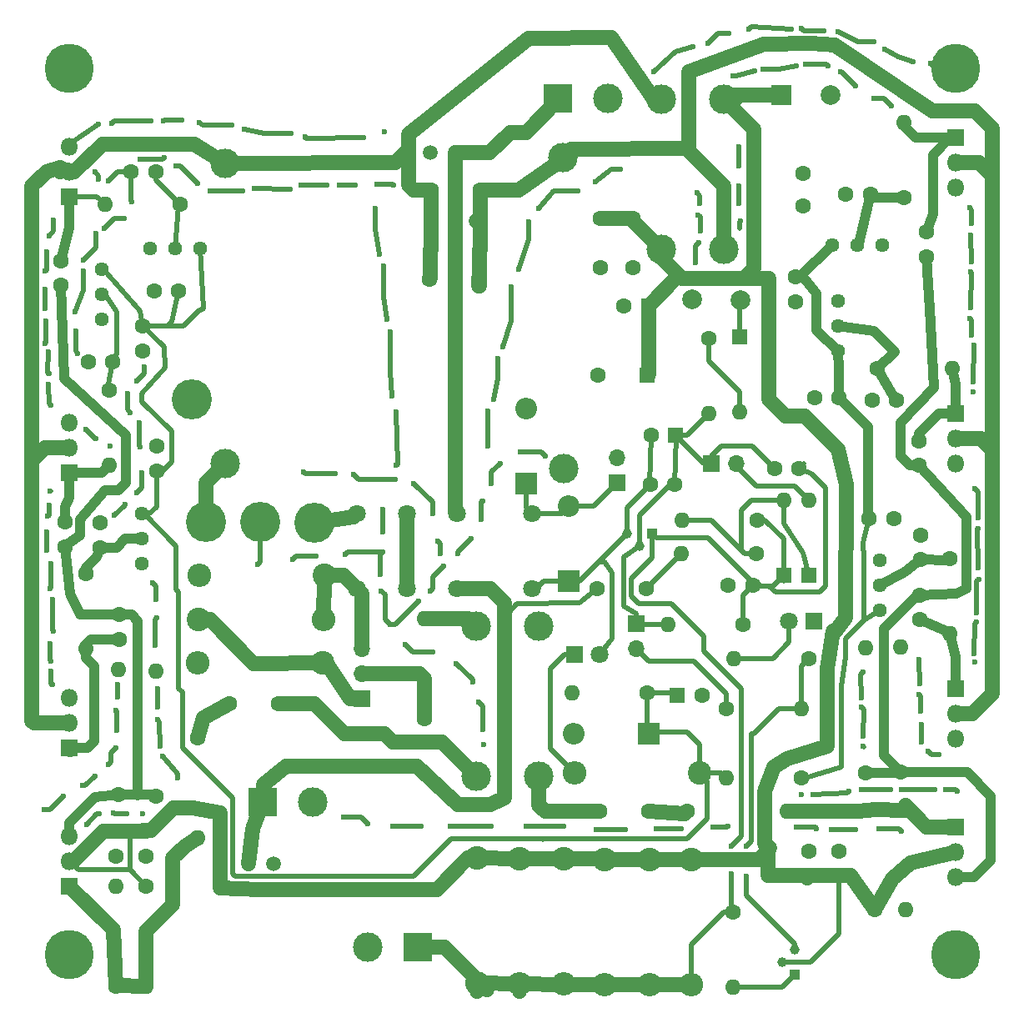
<source format=gbr>
G04 #@! TF.FileFunction,Copper,L2,Bot,Signal*
%FSLAX46Y46*%
G04 Gerber Fmt 4.6, Leading zero omitted, Abs format (unit mm)*
G04 Created by KiCad (PCBNEW 4.0.7) date 06/30/19 18:27:44*
%MOMM*%
%LPD*%
G01*
G04 APERTURE LIST*
%ADD10C,0.100000*%
%ADD11C,1.440000*%
%ADD12C,1.600000*%
%ADD13O,1.600000X1.600000*%
%ADD14C,2.400000*%
%ADD15O,2.400000X2.400000*%
%ADD16R,1.600000X1.600000*%
%ADD17R,2.000000X2.000000*%
%ADD18C,2.000000*%
%ADD19R,2.200000X2.200000*%
%ADD20O,2.200000X2.200000*%
%ADD21R,3.000000X3.000000*%
%ADD22C,3.000000*%
%ADD23R,1.700000X1.700000*%
%ADD24O,1.700000X1.700000*%
%ADD25C,1.000000*%
%ADD26R,1.000000X1.000000*%
%ADD27C,1.800000*%
%ADD28C,5.000000*%
%ADD29R,1.800000X1.800000*%
%ADD30O,1.800000X1.800000*%
%ADD31C,1.500000*%
%ADD32C,4.064000*%
%ADD33C,0.600000*%
%ADD34C,1.500000*%
%ADD35C,0.500000*%
%ADD36C,1.000000*%
G04 APERTURE END LIST*
D10*
D11*
X52374800Y-95300800D03*
X52374800Y-92760800D03*
X52374800Y-90220800D03*
D12*
X50038000Y-118719600D03*
D13*
X50038000Y-106019600D03*
D12*
X114782600Y-94284800D03*
D13*
X107162600Y-94284800D03*
D12*
X81813400Y-60350400D03*
X86813400Y-60350400D03*
D14*
X70916800Y-96443800D03*
D15*
X58216800Y-96443800D03*
D16*
X106616500Y-82257900D03*
D12*
X104116500Y-82257900D03*
X119126000Y-85598000D03*
X116626000Y-85598000D03*
X106540300Y-87261700D03*
X104040300Y-87261700D03*
X49784000Y-124968000D03*
X49784000Y-122468000D03*
X53835300Y-55473600D03*
X51335300Y-55473600D03*
X123215400Y-124447300D03*
X123215400Y-126947300D03*
D16*
X103860600Y-69077840D03*
D12*
X101360600Y-69077840D03*
X56134000Y-67614800D03*
X53634000Y-67614800D03*
D16*
X103748840Y-76123800D03*
D12*
X98748840Y-76123800D03*
D17*
X117348000Y-47650400D03*
D18*
X122348000Y-47650400D03*
D12*
X48133000Y-93624400D03*
X48133000Y-91124400D03*
D16*
X106794300Y-108623100D03*
D12*
X109294300Y-108623100D03*
D16*
X117576600Y-96443800D03*
D13*
X117576600Y-88823800D03*
D16*
X120129300Y-96431100D03*
D13*
X120129300Y-88811100D03*
D19*
X91404440Y-87172800D03*
D20*
X91404440Y-79552800D03*
D19*
X95783400Y-97053400D03*
D20*
X95783400Y-89433400D03*
D19*
X103901240Y-112547400D03*
D20*
X96281240Y-112547400D03*
D21*
X64643000Y-119443500D03*
D22*
X69723000Y-119443500D03*
D21*
X80411320Y-134223760D03*
D22*
X75331320Y-134223760D03*
D21*
X94678500Y-48006000D03*
D22*
X99758500Y-48006000D03*
D23*
X74777600Y-108966000D03*
D24*
X74777600Y-106426000D03*
X74777600Y-103886000D03*
D12*
X81076800Y-110972600D03*
D13*
X81076800Y-100812600D03*
D25*
X102946200Y-93497400D03*
X101676200Y-92227400D03*
D26*
X104216200Y-92227400D03*
D12*
X114909600Y-90855800D03*
D13*
X107289600Y-90855800D03*
D14*
X58140600Y-100939600D03*
D15*
X70840600Y-100939600D03*
D14*
X70789800Y-105359200D03*
D15*
X58089800Y-105359200D03*
D12*
X49784000Y-138176000D03*
D13*
X49784000Y-128016000D03*
D12*
X129971800Y-120243600D03*
D13*
X129971800Y-130403600D03*
D12*
X111760000Y-109982000D03*
D13*
X119380000Y-109982000D03*
D14*
X109042200Y-116550440D03*
D15*
X96342200Y-116550440D03*
D14*
X95214440Y-125262640D03*
D15*
X95214440Y-137962640D03*
D12*
X120142000Y-104902000D03*
D13*
X112522000Y-104902000D03*
D12*
X103713280Y-108351320D03*
D13*
X96093280Y-108351320D03*
D27*
X84396600Y-97780000D03*
X74236600Y-97780000D03*
X79316600Y-97780000D03*
X79316600Y-90180000D03*
X84396600Y-90180000D03*
X74236600Y-90180000D03*
X92016600Y-97780000D03*
X92016600Y-90180000D03*
D11*
X53289200Y-63246000D03*
X55829200Y-63246000D03*
X58369200Y-63246000D03*
X127355600Y-94894400D03*
X127355600Y-97434400D03*
X127355600Y-99974400D03*
D28*
X45000000Y-135000000D03*
X135000000Y-135000000D03*
X135000000Y-45000000D03*
X45000000Y-45000000D03*
D12*
X61315600Y-109474000D03*
X66315600Y-109474000D03*
X98907600Y-120446800D03*
X103907600Y-120446800D03*
X98643440Y-97805240D03*
X103643440Y-97805240D03*
X114452400Y-97459800D03*
X111952400Y-97459800D03*
D18*
X113233200Y-68503800D03*
D12*
X109982000Y-72390000D03*
D13*
X109982000Y-80010000D03*
D12*
X52832000Y-128016000D03*
D13*
X52832000Y-138176000D03*
D12*
X126847600Y-130378200D03*
D13*
X126847600Y-120218200D03*
D12*
X58102500Y-112966500D03*
D13*
X58102500Y-123126500D03*
D12*
X107797600Y-120446800D03*
D13*
X117957600Y-120446800D03*
D29*
X120650000Y-101092000D03*
D27*
X118110000Y-101092000D03*
D29*
X45000000Y-128000000D03*
D30*
X45000000Y-125460000D03*
X45000000Y-122920000D03*
D29*
X135000000Y-122000000D03*
D30*
X135000000Y-124540000D03*
X135000000Y-127080000D03*
D23*
X100685600Y-87045800D03*
D24*
X100685600Y-84505800D03*
D29*
X96316800Y-104510840D03*
D27*
X98856800Y-104510840D03*
D12*
X131521200Y-94869000D03*
X131521200Y-92369000D03*
D18*
X108280200Y-68389500D03*
D29*
X45000000Y-114000000D03*
D30*
X45000000Y-111460000D03*
X45000000Y-108920000D03*
D29*
X135000000Y-108000000D03*
D30*
X135000000Y-110540000D03*
X135000000Y-113080000D03*
D29*
X45000000Y-86000000D03*
D30*
X45000000Y-83460000D03*
X45000000Y-80920000D03*
D29*
X135000000Y-80000000D03*
D30*
X135000000Y-82540000D03*
X135000000Y-85080000D03*
D29*
X135000000Y-52000000D03*
D30*
X135000000Y-54540000D03*
X135000000Y-57080000D03*
D31*
X84277200Y-53543240D03*
X81737200Y-53543240D03*
X63207900Y-125770600D03*
X65747900Y-125770600D03*
D12*
X114554000Y-55626000D03*
X119554000Y-55626000D03*
X98983800Y-60238640D03*
X98983800Y-65238640D03*
X102260400Y-60198000D03*
X102260400Y-65198000D03*
X114554000Y-58928000D03*
X119554000Y-58928000D03*
X81813400Y-57327800D03*
X86813400Y-57327800D03*
X81686400Y-63525400D03*
X86686400Y-63525400D03*
X81635600Y-66395600D03*
X86635600Y-66395600D03*
D14*
X90769440Y-125262640D03*
D15*
X90769440Y-137962640D03*
D14*
X86410800Y-125171200D03*
D15*
X86410800Y-137871200D03*
D22*
X92710000Y-116865400D03*
X92710000Y-101625400D03*
X86360000Y-116865400D03*
X86360000Y-101625400D03*
X111506000Y-63373000D03*
X111506000Y-48133000D03*
X105156000Y-63373000D03*
X105156000Y-48133000D03*
D12*
X129476500Y-116459000D03*
D13*
X129476500Y-103759000D03*
D12*
X52832000Y-124968000D03*
X52832000Y-122468000D03*
X120142000Y-124460000D03*
X120142000Y-126960000D03*
D32*
X64429640Y-91023440D03*
X69916040Y-91099640D03*
X57520840Y-78587600D03*
X58943240Y-91023440D03*
D12*
X53848000Y-118872000D03*
D13*
X53848000Y-106172000D03*
D12*
X125920500Y-116509800D03*
D13*
X125920500Y-103809800D03*
D12*
X131419600Y-100965000D03*
X131419600Y-98465000D03*
X50139600Y-102971600D03*
X50139600Y-100471600D03*
X126238000Y-90678000D03*
X128738000Y-90678000D03*
X53898800Y-85852000D03*
X53898800Y-83352000D03*
X131318000Y-82804000D03*
X131318000Y-85304000D03*
X44577000Y-91059000D03*
X44577000Y-93559000D03*
X129057400Y-78689200D03*
X126557400Y-78689200D03*
X49479200Y-74777600D03*
X46979200Y-74777600D03*
X123215400Y-78409800D03*
X120715400Y-78409800D03*
X52527200Y-71170800D03*
X52527200Y-73670800D03*
X132044440Y-61579760D03*
X132044440Y-64079760D03*
X44196000Y-64516000D03*
X44196000Y-67016000D03*
X126365000Y-57785000D03*
X123865000Y-57785000D03*
X118745000Y-66167000D03*
X118745000Y-68667000D03*
D11*
X123103640Y-68564760D03*
X123103640Y-71104760D03*
X123103640Y-73644760D03*
X48310800Y-70459600D03*
X48310800Y-67919600D03*
X48310800Y-65379600D03*
X127574040Y-62920880D03*
X125034040Y-62920880D03*
X122494040Y-62920880D03*
D12*
X134467600Y-94767400D03*
D13*
X134467600Y-102387400D03*
D12*
X46736000Y-96266000D03*
D13*
X46736000Y-103886000D03*
D12*
X127071120Y-75438000D03*
D13*
X134691120Y-75438000D03*
D12*
X49123600Y-77622400D03*
D13*
X49123600Y-85242400D03*
D12*
X129794000Y-58089800D03*
D13*
X129794000Y-50469800D03*
D29*
X45000000Y-58000000D03*
D30*
X45000000Y-55460000D03*
X45000000Y-52920000D03*
D12*
X56286400Y-58801000D03*
D13*
X48666400Y-58801000D03*
D12*
X119359680Y-117043200D03*
D13*
X111739680Y-117043200D03*
D23*
X110236000Y-85090000D03*
D24*
X112776000Y-85090000D03*
D16*
X113106200Y-72199500D03*
D13*
X113106200Y-79819500D03*
D23*
X102616000Y-101346000D03*
D24*
X102616000Y-103886000D03*
D14*
X108193840Y-125349000D03*
D15*
X108193840Y-138049000D03*
D14*
X103926640Y-125349000D03*
D15*
X103926640Y-138049000D03*
D14*
X99390200Y-125349000D03*
D15*
X99390200Y-138049000D03*
D12*
X113411000Y-101473000D03*
D13*
X105791000Y-101473000D03*
D22*
X95148400Y-54000400D03*
X60858400Y-54635400D03*
X95275400Y-85623400D03*
X60858400Y-85115400D03*
D25*
X117411500Y-135699500D03*
X118681500Y-134429500D03*
D26*
X118681500Y-136969500D03*
D12*
X112458500Y-130619500D03*
D13*
X112458500Y-138239500D03*
D33*
X49022000Y-56388000D03*
X48006000Y-56261000D03*
X47625000Y-55499000D03*
X49149000Y-83312000D03*
X47752000Y-82550000D03*
X46736000Y-81661000D03*
X100965000Y-55245000D03*
X98488500Y-56451500D03*
X96647000Y-57404000D03*
X92710000Y-59182000D03*
X91694000Y-60579000D03*
X90678000Y-65405000D03*
X89916000Y-67183000D03*
X89090500Y-73279000D03*
X88519000Y-74422000D03*
X88138000Y-78613000D03*
X87503000Y-79756000D03*
X87503000Y-83312000D03*
X76073000Y-59182000D03*
X76517500Y-63881000D03*
X76962000Y-65024000D03*
X77279500Y-70485000D03*
X77597000Y-71755000D03*
X77787500Y-78232000D03*
X78232000Y-79883000D03*
X78232000Y-85280500D03*
X82677000Y-94234000D03*
X82423000Y-92964000D03*
X81915000Y-90170000D03*
X80010000Y-87122000D03*
X78105000Y-86741000D03*
X84455000Y-94234000D03*
X85852000Y-92710000D03*
X86868000Y-90805000D03*
X86995000Y-88900000D03*
X87884000Y-87122000D03*
X88773000Y-85090000D03*
X90805000Y-83947000D03*
X93345000Y-84328000D03*
X83058000Y-95504000D03*
X80518000Y-99060000D03*
X81661000Y-98044000D03*
X73025000Y-94361000D03*
X70104000Y-94488000D03*
X67691000Y-94869000D03*
X64135000Y-95377000D03*
X76835000Y-94107000D03*
X76835000Y-92075000D03*
X76835000Y-89789000D03*
X76073000Y-86741000D03*
X73914000Y-86233000D03*
X72009000Y-86106000D03*
X68834000Y-85979000D03*
X87122000Y-113665000D03*
X86995000Y-112141000D03*
X86614000Y-109347000D03*
X85979000Y-107315000D03*
X84328000Y-105410000D03*
X81915000Y-104267000D03*
X79121000Y-103505000D03*
X77597000Y-101473000D03*
X76708000Y-98044000D03*
X76581000Y-96393000D03*
X72898000Y-121031000D03*
X75311000Y-121666000D03*
X77851000Y-121920000D03*
X80772000Y-121920000D03*
X83693000Y-121920000D03*
X87884000Y-121920000D03*
X91440000Y-121920000D03*
X95250000Y-121920000D03*
X98552000Y-122301000D03*
X101473000Y-122301000D03*
X104648000Y-122174000D03*
X107188000Y-122174000D03*
X110363000Y-122047000D03*
X111887000Y-121920000D03*
X118872000Y-122047000D03*
X120904000Y-122174000D03*
X122428000Y-122301000D03*
X124841000Y-122301000D03*
X127254000Y-122174000D03*
X129540000Y-122428000D03*
X49784000Y-110185200D03*
X49885600Y-112217200D03*
X49784000Y-113995200D03*
X49022000Y-115671600D03*
X47650400Y-116840000D03*
X46380400Y-117805200D03*
X44450000Y-118922800D03*
X42519600Y-120243600D03*
X49911000Y-107569000D03*
X49911000Y-108839000D03*
X131318000Y-105029000D03*
X131381500Y-107442000D03*
X131318000Y-108585000D03*
X131445000Y-110236000D03*
X131572000Y-111633000D03*
X131572000Y-113411000D03*
X132207000Y-114300000D03*
X133350000Y-114681000D03*
X125603000Y-113792000D03*
X125603000Y-112776000D03*
X125476000Y-109855000D03*
X125476000Y-108902500D03*
X125603000Y-106299000D03*
X112395000Y-45720000D03*
X114617500Y-45212000D03*
X115443000Y-45085000D03*
X118872000Y-44704000D03*
X119761000Y-44577000D03*
X122047000Y-44704000D03*
X123317000Y-45339000D03*
X124841000Y-46736000D03*
X126746000Y-48006000D03*
X128524000Y-48768000D03*
X132461000Y-44450000D03*
X130683000Y-44323000D03*
X127825500Y-42989500D03*
X126746000Y-42291000D03*
X123126500Y-41211500D03*
X121666000Y-41148000D03*
X119380000Y-40894000D03*
X118364000Y-40957500D03*
X114046000Y-41021000D03*
X112014000Y-41402000D03*
X109855000Y-42418000D03*
X108394500Y-42735500D03*
X104394000Y-45339000D03*
X108798360Y-57612280D03*
X109077760Y-58729880D03*
X108910120Y-59847480D03*
X109133640Y-61468000D03*
X108966000Y-62697360D03*
X108630720Y-64709040D03*
X113157000Y-60462160D03*
X113045240Y-58729880D03*
X113045240Y-56941720D03*
X113045240Y-54874160D03*
X113045240Y-52918360D03*
X136794240Y-77784960D03*
X136779000Y-76835000D03*
X136906000Y-73088500D03*
X136682480Y-72085200D03*
X136458960Y-70352920D03*
X136588500Y-69278500D03*
X136588500Y-65659000D03*
X136626600Y-64653160D03*
X136595658Y-61911703D03*
X136682480Y-60741560D03*
X136458960Y-59121040D03*
X119405400Y-118694200D03*
X120523000Y-118745000D03*
X124206000Y-118364000D03*
X125450600Y-118186200D03*
X128397000Y-118237000D03*
X129540000Y-118186200D03*
X132905500Y-118173500D03*
X133985000Y-118237000D03*
X135178800Y-118364000D03*
X136956800Y-105232200D03*
X136906000Y-104394000D03*
X137134600Y-101193600D03*
X137160000Y-100266500D03*
X137414000Y-96850200D03*
X137287000Y-95694500D03*
X137287000Y-91694000D03*
X137287000Y-90601800D03*
X136956800Y-87630000D03*
X46786800Y-121767600D03*
X48056800Y-120700800D03*
X49530000Y-120599200D03*
X50850800Y-120700800D03*
X52527200Y-120700800D03*
X45923200Y-73914000D03*
X45720000Y-71678800D03*
X45669200Y-69697600D03*
X46482000Y-65532000D03*
X46482000Y-64465200D03*
X47752000Y-61722000D03*
X48615600Y-61264800D03*
X50596800Y-60248800D03*
X51409600Y-58521600D03*
X49631600Y-90373200D03*
X50698400Y-89255600D03*
X51917600Y-88036400D03*
X52374800Y-86004400D03*
X52222400Y-83413600D03*
X52120800Y-80924400D03*
X51257200Y-79908400D03*
X50952400Y-77978000D03*
X51917600Y-76758800D03*
X52679600Y-75285600D03*
X56032400Y-116992400D03*
X54483000Y-114808000D03*
X54305200Y-113792000D03*
X53975000Y-111125000D03*
X54051200Y-109829600D03*
X54000400Y-107950000D03*
X53746400Y-103581200D03*
X53949600Y-100736400D03*
X53848000Y-98907600D03*
X53492400Y-97180400D03*
X53848000Y-106172000D03*
X76250800Y-56743600D03*
X77978000Y-56794400D03*
X52222400Y-54203600D03*
X54660800Y-54051200D03*
X55880000Y-54914800D03*
X58115200Y-56692800D03*
X59334400Y-57404000D03*
X62674500Y-57404000D03*
X63804800Y-57150000D03*
X67500500Y-57213500D03*
X68580000Y-56794400D03*
X71170800Y-56794400D03*
X72491600Y-56794400D03*
X74117200Y-56794400D03*
X77012800Y-51409600D03*
X74930000Y-52019200D03*
X68961000Y-51943000D03*
X67564000Y-51562000D03*
X62801500Y-51117500D03*
X61518800Y-50749200D03*
X58267600Y-50444400D03*
X56438800Y-50241200D03*
X54610000Y-50342800D03*
X53340000Y-50292000D03*
X49326800Y-50596800D03*
X48006000Y-50673000D03*
X42722800Y-93929200D03*
X42722800Y-92049600D03*
X42875200Y-90424000D03*
X42976800Y-89357200D03*
X43180000Y-95250000D03*
X43053000Y-97790000D03*
X43307000Y-98933000D03*
X43434000Y-102108000D03*
X43053000Y-103378000D03*
X43180000Y-105156000D03*
X43180000Y-106172000D03*
X43307000Y-107569000D03*
X43078400Y-87884000D03*
X43434000Y-60350400D03*
X42976800Y-61976000D03*
X42773600Y-63601600D03*
X42621200Y-65582800D03*
X42621200Y-67411600D03*
X42621200Y-69392800D03*
X42672000Y-70612000D03*
X42621200Y-72898000D03*
X42926000Y-73787000D03*
X42976800Y-75996800D03*
X42926000Y-77089000D03*
X43180000Y-79146400D03*
X112268000Y-126746000D03*
X112268000Y-123952000D03*
X113792000Y-123952000D03*
X113792000Y-127000000D03*
D34*
X64643000Y-119443500D02*
X63703200Y-122148600D01*
X63703200Y-122148600D02*
X63207900Y-125770600D01*
D35*
X89230200Y-100253800D02*
X89636600Y-100253800D01*
X96890840Y-99212400D02*
X98643440Y-97805240D01*
X90525600Y-99364800D02*
X96890840Y-99212400D01*
X89636600Y-100253800D02*
X90525600Y-99364800D01*
D34*
X64643000Y-119443500D02*
X64770000Y-117703600D01*
X87772400Y-97780000D02*
X84396600Y-97780000D01*
X89230200Y-99237800D02*
X87772400Y-97780000D01*
X89230200Y-119075200D02*
X89230200Y-100253800D01*
X89230200Y-100253800D02*
X89230200Y-99237800D01*
X87833200Y-119761000D02*
X89230200Y-119075200D01*
X84531200Y-119761000D02*
X87833200Y-119761000D01*
X80365600Y-115849400D02*
X84531200Y-119761000D01*
X67030600Y-115874800D02*
X80365600Y-115849400D01*
X64770000Y-117703600D02*
X67030600Y-115874800D01*
X64643000Y-119443500D02*
X64655700Y-119443500D01*
D35*
X103643440Y-97805240D02*
X103643440Y-97803960D01*
X103643440Y-97803960D02*
X107162600Y-94284800D01*
X105791000Y-101473000D02*
X102743000Y-101473000D01*
X102743000Y-101473000D02*
X102616000Y-101346000D01*
X110236000Y-85090000D02*
X110236000Y-84328000D01*
X110236000Y-84328000D02*
X111252000Y-83312000D01*
X114340000Y-83312000D02*
X116626000Y-85598000D01*
X111252000Y-83312000D02*
X114340000Y-83312000D01*
X110236000Y-85090000D02*
X109448600Y-85090000D01*
X109448600Y-85090000D02*
X106616500Y-82257900D01*
X106616500Y-82257900D02*
X107734100Y-82257900D01*
X107734100Y-82257900D02*
X109982000Y-80010000D01*
X102616000Y-101346000D02*
X102616000Y-100330000D01*
X101346000Y-94589600D02*
X102946200Y-93497400D01*
X101346000Y-99568000D02*
X101346000Y-94589600D01*
X102616000Y-100330000D02*
X101346000Y-99568000D01*
X102946200Y-93497400D02*
X102946200Y-90357960D01*
X102946200Y-90357960D02*
X106042460Y-87261700D01*
X106042460Y-87261700D02*
X106540300Y-87261700D01*
X106540300Y-87261700D02*
X106540300Y-87528400D01*
X116626000Y-85598000D02*
X116626000Y-85904700D01*
X106540300Y-87261700D02*
X106601895Y-84859495D01*
X106601895Y-84859495D02*
X106667300Y-82308700D01*
X106667300Y-82308700D02*
X106616500Y-82257900D01*
X106159300Y-87261700D02*
X106540300Y-87261700D01*
X101676200Y-92227400D02*
X101676200Y-89625800D01*
X101676200Y-89625800D02*
X104040300Y-87261700D01*
X98795840Y-95107760D02*
X99385120Y-95107760D01*
X100192840Y-102920800D02*
X98856800Y-104510840D01*
X100192840Y-96169480D02*
X100192840Y-102920800D01*
X99385120Y-95107760D02*
X100192840Y-96169480D01*
X95783400Y-97053400D02*
X96850200Y-97053400D01*
X96850200Y-97053400D02*
X98795840Y-95107760D01*
X98795840Y-95107760D02*
X101676200Y-92227400D01*
X104116500Y-82257900D02*
X103989500Y-87210900D01*
X103989500Y-87210900D02*
X104040300Y-87261700D01*
X92016600Y-97780000D02*
X92491400Y-97780000D01*
X92491400Y-97780000D02*
X93218000Y-97053400D01*
X93218000Y-97053400D02*
X95783400Y-97053400D01*
X49936400Y-55473600D02*
X51335300Y-55473600D01*
X49022000Y-56388000D02*
X49936400Y-55473600D01*
X48006000Y-55880000D02*
X48006000Y-56261000D01*
X47625000Y-55499000D02*
X48006000Y-55880000D01*
X47625000Y-82550000D02*
X47752000Y-82550000D01*
X46736000Y-81661000D02*
X47625000Y-82550000D01*
X100076000Y-55245000D02*
X100965000Y-55245000D01*
X98488500Y-56451500D02*
X100076000Y-55245000D01*
X94234000Y-57404000D02*
X96647000Y-57404000D01*
X92710000Y-59182000D02*
X94234000Y-57404000D01*
X91694000Y-62357000D02*
X91694000Y-60579000D01*
X90678000Y-65405000D02*
X91694000Y-62357000D01*
X89916000Y-70612000D02*
X89916000Y-67183000D01*
X89090500Y-73279000D02*
X89916000Y-70612000D01*
X88519000Y-76454000D02*
X88519000Y-74422000D01*
X88138000Y-78613000D02*
X88519000Y-76454000D01*
X87503000Y-83312000D02*
X87503000Y-79756000D01*
X76073000Y-61341000D02*
X76073000Y-59182000D01*
X76517500Y-63881000D02*
X76073000Y-61341000D01*
X76962000Y-68199000D02*
X76962000Y-65024000D01*
X77279500Y-70485000D02*
X76962000Y-68199000D01*
X77597000Y-75819000D02*
X77597000Y-71755000D01*
X77787500Y-78232000D02*
X77597000Y-75819000D01*
X78359000Y-85153500D02*
X78232000Y-79883000D01*
X78232000Y-85280500D02*
X78359000Y-85153500D01*
X76073000Y-86741000D02*
X78105000Y-86741000D01*
X82677000Y-93218000D02*
X82677000Y-94234000D01*
X82423000Y-92964000D02*
X82677000Y-93218000D01*
X81915000Y-89027000D02*
X81915000Y-90170000D01*
X80010000Y-87122000D02*
X81915000Y-89027000D01*
X84455000Y-94107000D02*
X84455000Y-94234000D01*
X85852000Y-92710000D02*
X84455000Y-94107000D01*
X86868000Y-89027000D02*
X86868000Y-90805000D01*
X86995000Y-88900000D02*
X86868000Y-89027000D01*
X87884000Y-85979000D02*
X87884000Y-87122000D01*
X88773000Y-85090000D02*
X87884000Y-85979000D01*
X92964000Y-83947000D02*
X90805000Y-83947000D01*
X93345000Y-84328000D02*
X92964000Y-83947000D01*
X78105000Y-101473000D02*
X77597000Y-101473000D01*
X80518000Y-99060000D02*
X78105000Y-101473000D01*
X81915000Y-97790000D02*
X81661000Y-98044000D01*
X81915000Y-96647000D02*
X81915000Y-97790000D01*
X83058000Y-95504000D02*
X81915000Y-96647000D01*
X64429640Y-91023440D02*
X64429640Y-95082360D01*
X73279000Y-94107000D02*
X76835000Y-94107000D01*
X73025000Y-94361000D02*
X73279000Y-94107000D01*
X68072000Y-94488000D02*
X70104000Y-94488000D01*
X67691000Y-94869000D02*
X68072000Y-94488000D01*
X64429640Y-95082360D02*
X64135000Y-95377000D01*
X76835000Y-89789000D02*
X76835000Y-92075000D01*
X74422000Y-86741000D02*
X76073000Y-86741000D01*
X73914000Y-86233000D02*
X74422000Y-86741000D01*
X68961000Y-86106000D02*
X72009000Y-86106000D01*
X68834000Y-85979000D02*
X68961000Y-86106000D01*
X76835000Y-94107000D02*
X76581000Y-94361000D01*
X86995000Y-109728000D02*
X86995000Y-112141000D01*
X86614000Y-109347000D02*
X86995000Y-109728000D01*
X85979000Y-107061000D02*
X85979000Y-107315000D01*
X84328000Y-105410000D02*
X85979000Y-107061000D01*
X79883000Y-104267000D02*
X81915000Y-104267000D01*
X79121000Y-103505000D02*
X79883000Y-104267000D01*
X77089000Y-100965000D02*
X77597000Y-101473000D01*
X77089000Y-98425000D02*
X77089000Y-100965000D01*
X76708000Y-98044000D02*
X77089000Y-98425000D01*
X76581000Y-94361000D02*
X76581000Y-96393000D01*
X74676000Y-121031000D02*
X72898000Y-121031000D01*
X75311000Y-121666000D02*
X74676000Y-121031000D01*
X80772000Y-121920000D02*
X77851000Y-121920000D01*
X87884000Y-121920000D02*
X83693000Y-121920000D01*
X95250000Y-121920000D02*
X91440000Y-121920000D01*
X101473000Y-122301000D02*
X98552000Y-122301000D01*
X107188000Y-122174000D02*
X104648000Y-122174000D01*
X111760000Y-122047000D02*
X110363000Y-122047000D01*
X111887000Y-121920000D02*
X111760000Y-122047000D01*
X120777000Y-122047000D02*
X118872000Y-122047000D01*
X120904000Y-122174000D02*
X120777000Y-122047000D01*
X124841000Y-122301000D02*
X122428000Y-122301000D01*
X129286000Y-122174000D02*
X127254000Y-122174000D01*
X129540000Y-122428000D02*
X129286000Y-122174000D01*
X49784000Y-110185200D02*
X49885600Y-110286800D01*
X49885600Y-110286800D02*
X49885600Y-112217200D01*
X49784000Y-113995200D02*
X49276000Y-114503200D01*
X49276000Y-114503200D02*
X49276000Y-115417600D01*
X49276000Y-115417600D02*
X49022000Y-115671600D01*
X47650400Y-116840000D02*
X46685200Y-117805200D01*
X46685200Y-117805200D02*
X46380400Y-117805200D01*
X44450000Y-118922800D02*
X43129200Y-120243600D01*
X42519600Y-120243600D02*
X43129200Y-120243600D01*
X49911000Y-108839000D02*
X49911000Y-107569000D01*
X131318000Y-105029000D02*
X131381500Y-107442000D01*
X131318000Y-108585000D02*
X131445000Y-108712000D01*
X131445000Y-108712000D02*
X131445000Y-110236000D01*
X131572000Y-111633000D02*
X131572000Y-113411000D01*
X132207000Y-114300000D02*
X132588000Y-114681000D01*
X132588000Y-114681000D02*
X133350000Y-114681000D01*
X125603000Y-113792000D02*
X125730000Y-113919000D01*
X125730000Y-110109000D02*
X125603000Y-112776000D01*
X125476000Y-109855000D02*
X125730000Y-110109000D01*
X125349000Y-106553000D02*
X125476000Y-108902500D01*
X125603000Y-106299000D02*
X125349000Y-106553000D01*
X112776000Y-45720000D02*
X112395000Y-45720000D01*
X114617500Y-45212000D02*
X112776000Y-45720000D01*
X117094000Y-45085000D02*
X115443000Y-45085000D01*
X118872000Y-44704000D02*
X117094000Y-45085000D01*
X121920000Y-44577000D02*
X119761000Y-44577000D01*
X122047000Y-44704000D02*
X121920000Y-44577000D01*
X123444000Y-45339000D02*
X123317000Y-45339000D01*
X124841000Y-46736000D02*
X123444000Y-45339000D01*
X127762000Y-48006000D02*
X126746000Y-48006000D01*
X128524000Y-48768000D02*
X127762000Y-48006000D01*
X132461000Y-44450000D02*
X133011000Y-45000000D01*
X129159000Y-43815000D02*
X130683000Y-44323000D01*
X127825500Y-42989500D02*
X129159000Y-43815000D01*
X125095000Y-42291000D02*
X126746000Y-42291000D01*
X123126500Y-41211500D02*
X125095000Y-42291000D01*
X119634000Y-41148000D02*
X121666000Y-41148000D01*
X119380000Y-40894000D02*
X119634000Y-41148000D01*
X114300000Y-40767000D02*
X118364000Y-40957500D01*
X114046000Y-41021000D02*
X114300000Y-40767000D01*
X110871000Y-41402000D02*
X112014000Y-41402000D01*
X109855000Y-42418000D02*
X110871000Y-41402000D01*
X106553000Y-43307000D02*
X108394500Y-42735500D01*
X104394000Y-45339000D02*
X106553000Y-43307000D01*
X133011000Y-45000000D02*
X135000000Y-45000000D01*
X108798360Y-57612280D02*
X109077760Y-57891680D01*
X109077760Y-57891680D02*
X109077760Y-58729880D01*
X108910120Y-59847480D02*
X109133640Y-60071000D01*
X109133640Y-60071000D02*
X109133640Y-61468000D01*
X108966000Y-62697360D02*
X108630720Y-63032640D01*
X108630720Y-63032640D02*
X108630720Y-64709040D01*
X113101120Y-60518040D02*
X113101120Y-61244480D01*
X113157000Y-60462160D02*
X113101120Y-60518040D01*
X113045240Y-56941720D02*
X113045240Y-58729880D01*
X113045240Y-52918360D02*
X113045240Y-54874160D01*
X136906000Y-73088500D02*
X136779000Y-76835000D01*
X136682480Y-70576440D02*
X136682480Y-72085200D01*
X136458960Y-70352920D02*
X136682480Y-70576440D01*
X136644380Y-65714880D02*
X136588500Y-69278500D01*
X136588500Y-65659000D02*
X136644380Y-65714880D01*
X136595658Y-61911703D02*
X136626600Y-64653160D01*
X136682480Y-59344560D02*
X136682480Y-60741560D01*
X136458960Y-59121040D02*
X136682480Y-59344560D01*
X124053600Y-118516400D02*
X120523000Y-118745000D01*
X124206000Y-118364000D02*
X124053600Y-118516400D01*
X128397000Y-118237000D02*
X125450600Y-118186200D01*
X132905500Y-118173500D02*
X129540000Y-118186200D01*
X135051800Y-118237000D02*
X133985000Y-118237000D01*
X135178800Y-118364000D02*
X135051800Y-118237000D01*
X137007600Y-101320600D02*
X136906000Y-104394000D01*
X137134600Y-101193600D02*
X137007600Y-101320600D01*
X137185400Y-97078800D02*
X137160000Y-100266500D01*
X137414000Y-96850200D02*
X137185400Y-97078800D01*
X137236200Y-91744800D02*
X137287000Y-95694500D01*
X137287000Y-91694000D02*
X137236200Y-91744800D01*
X137287000Y-87960200D02*
X137287000Y-90601800D01*
X136956800Y-87630000D02*
X137287000Y-87960200D01*
X46786800Y-121767600D02*
X47853600Y-120700800D01*
X47853600Y-120700800D02*
X48056800Y-120700800D01*
X49530000Y-120599200D02*
X49631600Y-120700800D01*
X49631600Y-120700800D02*
X50850800Y-120700800D01*
X45923200Y-73914000D02*
X45720000Y-73710800D01*
X45720000Y-73710800D02*
X45720000Y-71678800D01*
X45669200Y-69697600D02*
X46482000Y-67462400D01*
X46482000Y-67462400D02*
X46482000Y-65532000D01*
X46482000Y-64465200D02*
X47752000Y-63144400D01*
X47752000Y-63144400D02*
X47752000Y-61722000D01*
X48615600Y-61264800D02*
X49631600Y-60248800D01*
X49631600Y-60248800D02*
X50596800Y-60248800D01*
X51409600Y-58521600D02*
X51335300Y-58447300D01*
X51335300Y-58447300D02*
X51335300Y-55473600D01*
X49631600Y-90373200D02*
X50698400Y-89306400D01*
X50698400Y-89306400D02*
X50698400Y-89255600D01*
X51917600Y-88036400D02*
X52374800Y-87579200D01*
X52374800Y-87579200D02*
X52374800Y-86004400D01*
X52222400Y-83413600D02*
X52120800Y-83312000D01*
X52120800Y-83312000D02*
X52120800Y-80924400D01*
X51257200Y-79908400D02*
X50952400Y-79603600D01*
X50952400Y-79603600D02*
X50952400Y-77978000D01*
X51917600Y-76758800D02*
X52679600Y-75996800D01*
X52679600Y-75996800D02*
X52679600Y-75285600D01*
X56032400Y-116636800D02*
X56032400Y-116992400D01*
X54483000Y-114808000D02*
X56032400Y-116636800D01*
X54178200Y-111328200D02*
X54305200Y-113792000D01*
X53975000Y-111125000D02*
X54178200Y-111328200D01*
X54051200Y-108000800D02*
X54051200Y-109829600D01*
X54000400Y-107950000D02*
X54051200Y-108000800D01*
X53746400Y-100939600D02*
X53746400Y-103581200D01*
X53949600Y-100736400D02*
X53746400Y-100939600D01*
X53848000Y-97536000D02*
X53848000Y-98907600D01*
X53492400Y-97180400D02*
X53848000Y-97536000D01*
X77927200Y-56743600D02*
X76250800Y-56743600D01*
X77978000Y-56794400D02*
X77927200Y-56743600D01*
X54508400Y-54203600D02*
X52222400Y-54203600D01*
X54660800Y-54051200D02*
X54508400Y-54203600D01*
X56337200Y-54914800D02*
X55880000Y-54914800D01*
X58115200Y-56692800D02*
X56337200Y-54914800D01*
X62674500Y-57404000D02*
X59334400Y-57404000D01*
X67449700Y-57264300D02*
X63804800Y-57150000D01*
X67500500Y-57213500D02*
X67449700Y-57264300D01*
X71170800Y-56794400D02*
X68580000Y-56794400D01*
X74117200Y-56794400D02*
X72491600Y-56794400D01*
X45000000Y-52920000D02*
X45000000Y-52688400D01*
X45000000Y-52688400D02*
X48006000Y-50673000D01*
X69062600Y-52044600D02*
X74930000Y-52019200D01*
X68961000Y-51943000D02*
X69062600Y-52044600D01*
X64820800Y-51562000D02*
X67564000Y-51562000D01*
X62801500Y-51117500D02*
X64820800Y-51562000D01*
X58572400Y-50749200D02*
X61518800Y-50749200D01*
X58267600Y-50444400D02*
X58572400Y-50749200D01*
X54711600Y-50241200D02*
X56438800Y-50241200D01*
X54610000Y-50342800D02*
X54711600Y-50241200D01*
X49631600Y-50292000D02*
X53340000Y-50292000D01*
X49326800Y-50596800D02*
X49631600Y-50292000D01*
X42722800Y-93929200D02*
X42722800Y-92049600D01*
X42875200Y-90424000D02*
X42976800Y-90322400D01*
X42976800Y-90322400D02*
X42976800Y-89357200D01*
X43180000Y-97663000D02*
X43180000Y-95250000D01*
X43053000Y-97790000D02*
X43180000Y-97663000D01*
X43307000Y-101981000D02*
X43307000Y-98933000D01*
X43434000Y-102108000D02*
X43307000Y-101981000D01*
X43053000Y-105029000D02*
X43053000Y-103378000D01*
X43180000Y-105156000D02*
X43053000Y-105029000D01*
X43180000Y-107442000D02*
X43180000Y-106172000D01*
X43307000Y-107569000D02*
X43180000Y-107442000D01*
X43129200Y-87934800D02*
X43180000Y-87934800D01*
X43078400Y-87884000D02*
X43129200Y-87934800D01*
X43434000Y-61518800D02*
X43434000Y-60350400D01*
X42976800Y-61976000D02*
X43434000Y-61518800D01*
X42773600Y-65430400D02*
X42773600Y-63601600D01*
X42621200Y-65582800D02*
X42773600Y-65430400D01*
X42621200Y-69392800D02*
X42621200Y-67411600D01*
X42672000Y-72847200D02*
X42672000Y-70612000D01*
X42621200Y-72898000D02*
X42672000Y-72847200D01*
X42875200Y-75895200D02*
X42926000Y-73787000D01*
X42976800Y-75996800D02*
X42875200Y-75895200D01*
X43027600Y-78994000D02*
X42926000Y-77089000D01*
X43180000Y-79146400D02*
X43027600Y-78994000D01*
D34*
X58102500Y-112966500D02*
X58674000Y-110947200D01*
X58674000Y-110947200D02*
X61315600Y-109474000D01*
X66315600Y-109474000D02*
X69926200Y-109474000D01*
X82880200Y-113385600D02*
X86360000Y-116865400D01*
X77851000Y-113385600D02*
X82880200Y-113385600D01*
X77012800Y-112547400D02*
X77851000Y-113385600D01*
X72999600Y-112547400D02*
X77012800Y-112547400D01*
X69926200Y-109474000D02*
X72999600Y-112547400D01*
X92710000Y-116865400D02*
X92710000Y-119811800D01*
X93345000Y-120446800D02*
X98907600Y-120446800D01*
X92710000Y-119811800D02*
X93345000Y-120446800D01*
X92710000Y-116865400D02*
X93294200Y-116865400D01*
X103907600Y-120446800D02*
X107543600Y-120700800D01*
X107543600Y-120700800D02*
X107797600Y-120446800D01*
D35*
X53898800Y-85852000D02*
X54508400Y-85852000D01*
X54508400Y-85852000D02*
X55422800Y-84937600D01*
X55422800Y-81838800D02*
X52425600Y-78841600D01*
X55422800Y-84937600D02*
X55422800Y-81838800D01*
X67792600Y-127000000D02*
X80010000Y-127000000D01*
X83781900Y-123228100D02*
X93078300Y-123228100D01*
X80010000Y-127000000D02*
X83781900Y-123228100D01*
X56134000Y-67614800D02*
X55435500Y-70751700D01*
X55435500Y-70751700D02*
X55041800Y-71145400D01*
X109042200Y-116550440D02*
X111246920Y-116550440D01*
X111246920Y-116550440D02*
X111739680Y-117043200D01*
X58140600Y-69646800D02*
X58674000Y-69392800D01*
X58674000Y-69392800D02*
X58369200Y-63246000D01*
X52527200Y-71170800D02*
X55041800Y-71145400D01*
X55041800Y-71145400D02*
X56642000Y-71145400D01*
X56642000Y-71145400D02*
X58140600Y-69646800D01*
X48310800Y-65379600D02*
X48488600Y-65379600D01*
X48488600Y-65379600D02*
X52197000Y-69646800D01*
X52197000Y-69646800D02*
X52527200Y-71170800D01*
X53898800Y-85852000D02*
X53898800Y-85598000D01*
X54711600Y-73253600D02*
X52527200Y-71170800D01*
X54813200Y-75387200D02*
X54711600Y-73253600D01*
X52425600Y-77952600D02*
X54813200Y-75387200D01*
X52425600Y-78841600D02*
X52425600Y-77952600D01*
X52374800Y-90220800D02*
X53187600Y-90220800D01*
X53898800Y-89509600D02*
X53898800Y-85852000D01*
X53187600Y-90220800D02*
X53898800Y-89509600D01*
X52374800Y-90220800D02*
X52628800Y-90220800D01*
X52628800Y-90220800D02*
X55880000Y-93472000D01*
X56572002Y-108331000D02*
X56515000Y-108331000D01*
X61912500Y-127000000D02*
X61658500Y-126746000D01*
X61658500Y-126746000D02*
X61658500Y-119062500D01*
X61658500Y-119062500D02*
X56572002Y-113976002D01*
X56572002Y-113976002D02*
X56572002Y-108331000D01*
X67792600Y-127000000D02*
X61912500Y-127000000D01*
X55880000Y-97853500D02*
X55880000Y-93472000D01*
X56134000Y-98107500D02*
X55880000Y-97853500D01*
X56134000Y-107950000D02*
X56134000Y-98107500D01*
X56515000Y-108331000D02*
X56134000Y-107950000D01*
X93078300Y-123228100D02*
X107810300Y-123228100D01*
X109829600Y-121208800D02*
X109829600Y-117337840D01*
X107810300Y-123228100D02*
X109829600Y-121208800D01*
X109829600Y-117337840D02*
X109042200Y-116550440D01*
X103713280Y-108351320D02*
X106227880Y-108351320D01*
X106227880Y-108351320D02*
X106794300Y-108623100D01*
X109169200Y-116677440D02*
X109042200Y-116550440D01*
X107802680Y-112374680D02*
X104073960Y-112374680D01*
X104073960Y-112374680D02*
X103901240Y-112547400D01*
X109042200Y-116550440D02*
X109042200Y-113614200D01*
X109042200Y-113614200D02*
X107802680Y-112374680D01*
X93167200Y-123317000D02*
X93078300Y-123228100D01*
X103713280Y-108351320D02*
X103713280Y-111648240D01*
X103713280Y-111648240D02*
X104104440Y-112039400D01*
D36*
X135000000Y-108000000D02*
X135000000Y-104776000D01*
X135000000Y-104776000D02*
X134467600Y-102387400D01*
X131419600Y-100965000D02*
X134277100Y-102196900D01*
X134277100Y-102196900D02*
X134467600Y-102387400D01*
X135369300Y-107630700D02*
X135000000Y-108000000D01*
D35*
X117411500Y-135699500D02*
X120332500Y-135699500D01*
X123215400Y-132816600D02*
X123215400Y-126947300D01*
X120332500Y-135699500D02*
X123215400Y-132816600D01*
D34*
X86410800Y-125171200D02*
X85521800Y-125171200D01*
X85521800Y-125171200D02*
X82346800Y-128346200D01*
X82346800Y-128346200D02*
X69021960Y-128346200D01*
X108193840Y-125349000D02*
X115062000Y-125349000D01*
X115062000Y-125349000D02*
X116014500Y-124396500D01*
X119926100Y-127175900D02*
X120142000Y-126960000D01*
X103926640Y-125349000D02*
X108193840Y-125349000D01*
X99390200Y-125349000D02*
X103926640Y-125349000D01*
X95214440Y-125262640D02*
X99303840Y-125262640D01*
X99303840Y-125262640D02*
X99390200Y-125349000D01*
X90769440Y-125262640D02*
X95214440Y-125262640D01*
X114554000Y-58928000D02*
X114554000Y-65278000D01*
X114554000Y-65278000D02*
X113512600Y-66319400D01*
X114554000Y-55626000D02*
X114554000Y-58928000D01*
X114554000Y-55626000D02*
X114554000Y-51181000D01*
X114554000Y-51181000D02*
X111506000Y-48133000D01*
D35*
X45000000Y-125460000D02*
X45069000Y-125460000D01*
X45069000Y-125460000D02*
X45974000Y-126365000D01*
X45974000Y-126365000D02*
X51181000Y-126365000D01*
X51181000Y-122468000D02*
X51181000Y-126365000D01*
X51181000Y-126365000D02*
X52832000Y-128016000D01*
D34*
X45000000Y-125460000D02*
X45482000Y-125460000D01*
X45482000Y-125460000D02*
X48474000Y-122468000D01*
X48474000Y-122468000D02*
X49784000Y-122468000D01*
X49784000Y-122468000D02*
X51181000Y-122468000D01*
X51181000Y-122468000D02*
X52832000Y-122468000D01*
X123215400Y-126947300D02*
X120154700Y-126947300D01*
X120154700Y-126947300D02*
X120142000Y-126960000D01*
X120142000Y-126960000D02*
X116014500Y-126960000D01*
X116014500Y-126746000D02*
X116014500Y-124396500D01*
X116014500Y-126960000D02*
X116078000Y-126896500D01*
X116078000Y-126896500D02*
X116078000Y-126746000D01*
X116078000Y-126746000D02*
X116014500Y-126746000D01*
D35*
X45000000Y-125460000D02*
X45000000Y-125434000D01*
D34*
X113512600Y-66319400D02*
X116078000Y-66319400D01*
X116116100Y-124142500D02*
X115661440Y-123687840D01*
X116014500Y-124396500D02*
X116116100Y-124142500D01*
X123063000Y-83705700D02*
X119750840Y-80279240D01*
X119750840Y-80279240D02*
X117795040Y-80279240D01*
X117795040Y-80279240D02*
X116078000Y-78562200D01*
X116078000Y-78562200D02*
X116078000Y-71932800D01*
X123863100Y-100736400D02*
X123964700Y-87198200D01*
X116078000Y-67767200D02*
X116078000Y-71932800D01*
X123964700Y-87198200D02*
X123063000Y-83705700D01*
X122567700Y-102146100D02*
X122852180Y-102146100D01*
X121970800Y-113771680D02*
X122024140Y-105923080D01*
X122024140Y-105923080D02*
X122567700Y-102146100D01*
X122852180Y-102146100D02*
X123863100Y-100736400D01*
X116078000Y-66319400D02*
X116078000Y-67767200D01*
X115661440Y-118379240D02*
X116621560Y-115895120D01*
X116621560Y-115895120D02*
X117937280Y-115051840D01*
X117937280Y-115051840D02*
X121970800Y-113771680D01*
X115661440Y-123687840D02*
X115661440Y-118379240D01*
X102260400Y-60198000D02*
X102260400Y-60477400D01*
X102260400Y-60477400D02*
X105156000Y-63373000D01*
X98983800Y-60238640D02*
X102219760Y-60238640D01*
X102219760Y-60238640D02*
X102260400Y-60198000D01*
X107200700Y-66230500D02*
X106707940Y-66230500D01*
X106707940Y-66230500D02*
X103860600Y-69077840D01*
X103860600Y-69077840D02*
X103860600Y-76012040D01*
X103860600Y-76012040D02*
X103748840Y-76123800D01*
X104470200Y-62687200D02*
X105156000Y-63373000D01*
X105156000Y-63373000D02*
X105156000Y-64185800D01*
X105156000Y-64185800D02*
X107200700Y-66230500D01*
X107200700Y-66230500D02*
X107289600Y-66319400D01*
X107289600Y-66319400D02*
X113512600Y-66319400D01*
X117348000Y-47650400D02*
X111988600Y-47650400D01*
X111988600Y-47650400D02*
X111506000Y-48133000D01*
X111506000Y-48133000D02*
X112699800Y-48133000D01*
X86410800Y-125171200D02*
X90769440Y-125262640D01*
X64363600Y-128346200D02*
X69021960Y-128346200D01*
X55626000Y-120065800D02*
X57581800Y-120065800D01*
X57581800Y-120065800D02*
X60388500Y-120586500D01*
X60388500Y-120586500D02*
X60401200Y-128219200D01*
X60401200Y-128219200D02*
X64363600Y-128346200D01*
X53314600Y-122377200D02*
X55626000Y-120065800D01*
X116014500Y-124396500D02*
X116192300Y-124142500D01*
X123215400Y-126947300D02*
X124376820Y-126947300D01*
X124376820Y-126947300D02*
X126847600Y-130378200D01*
X116014500Y-124396500D02*
X116014500Y-125069600D01*
X52538000Y-122377200D02*
X53314600Y-122377200D01*
X126847600Y-130378200D02*
X128574800Y-127228600D01*
X130462761Y-125625541D02*
X135000000Y-124540000D01*
X128574800Y-127228600D02*
X130462761Y-125625541D01*
X84277200Y-53543240D02*
X87731560Y-53543240D01*
X91414600Y-51473100D02*
X94678500Y-48209200D01*
X89801700Y-51473100D02*
X91414600Y-51473100D01*
X87731560Y-53543240D02*
X89801700Y-51473100D01*
X94678500Y-48209200D02*
X94678500Y-48006000D01*
X84277200Y-53543240D02*
X84277200Y-90060600D01*
X84277200Y-90060600D02*
X84396600Y-90180000D01*
X58943240Y-91023440D02*
X58943240Y-87030560D01*
X58943240Y-87030560D02*
X60858400Y-85115400D01*
X70789800Y-105359200D02*
X71074280Y-105359200D01*
X71074280Y-105359200D02*
X73538080Y-108966000D01*
X73538080Y-108966000D02*
X74777600Y-108966000D01*
X58140600Y-100939600D02*
X59309000Y-100914200D01*
X63779400Y-105384600D02*
X70789800Y-105359200D01*
X59309000Y-100914200D02*
X63779400Y-105384600D01*
X74777600Y-106426000D02*
X80568800Y-106426000D01*
X81076800Y-106934000D02*
X81076800Y-110972600D01*
X80568800Y-106426000D02*
X81076800Y-106934000D01*
X74777600Y-103886000D02*
X74777600Y-98321000D01*
X74777600Y-98321000D02*
X74236600Y-97780000D01*
X70916800Y-96443800D02*
X72900400Y-96443800D01*
X72900400Y-96443800D02*
X74236600Y-97780000D01*
X70840600Y-100939600D02*
X70967600Y-96494600D01*
X70967600Y-96494600D02*
X70916800Y-96443800D01*
X81076800Y-100812600D02*
X85547200Y-100812600D01*
X85547200Y-100812600D02*
X86360000Y-101625400D01*
X79316600Y-97780000D02*
X79316600Y-90180000D01*
X60858400Y-54635400D02*
X78168500Y-54546500D01*
X78168500Y-54546500D02*
X79514700Y-53200300D01*
X79514700Y-56819800D02*
X79514700Y-53200300D01*
X79514700Y-53200300D02*
X79514700Y-51627296D01*
X57708800Y-52641500D02*
X60858400Y-54635400D01*
X91719400Y-41948100D02*
X79514700Y-51627296D01*
X81813400Y-57327800D02*
X80022700Y-57327800D01*
X80022700Y-57327800D02*
X79514700Y-56819800D01*
X45000000Y-55460000D02*
X45568500Y-55460000D01*
X45568500Y-55460000D02*
X48387000Y-52641500D01*
X48387000Y-52641500D02*
X57708800Y-52641500D01*
X44122340Y-55450740D02*
X44122340Y-55015500D01*
X44122340Y-55015500D02*
X45000000Y-55460000D01*
X42723700Y-55460000D02*
X44122340Y-55015500D01*
X41236900Y-56946800D02*
X42723700Y-55460000D01*
X105156000Y-48133000D02*
X104419400Y-48133000D01*
X104419400Y-48133000D02*
X100101400Y-41821100D01*
X100101400Y-41821100D02*
X91719400Y-41948100D01*
X81813400Y-60350400D02*
X81813400Y-57327800D01*
X81813400Y-60350400D02*
X81813400Y-63398400D01*
X81686400Y-63525400D02*
X81686400Y-66344800D01*
X81686400Y-66344800D02*
X81635600Y-66395600D01*
X81813400Y-63398400D02*
X81686400Y-63525400D01*
X45084500Y-83375500D02*
X45000000Y-83460000D01*
X45000000Y-83460000D02*
X42612900Y-83460000D01*
X42612900Y-83460000D02*
X41236900Y-84836000D01*
X45000000Y-111460000D02*
X41448000Y-111460000D01*
X41236900Y-111248900D02*
X41236900Y-97955100D01*
X41236900Y-97955100D02*
X41236900Y-84836000D01*
X41236900Y-84836000D02*
X41236900Y-71805800D01*
X41236900Y-71805800D02*
X41236900Y-56946800D01*
X41448000Y-111460000D02*
X41236900Y-111248900D01*
D35*
X112522000Y-104902000D02*
X116459000Y-104902000D01*
X118110000Y-103251000D02*
X118110000Y-101092000D01*
X116459000Y-104902000D02*
X118110000Y-103251000D01*
X117856000Y-100838000D02*
X118110000Y-101092000D01*
X96316800Y-104510840D02*
X95326200Y-104510840D01*
X93878400Y-114086640D02*
X96342200Y-116550440D01*
X93878400Y-105958640D02*
X93878400Y-114086640D01*
X95326200Y-104510840D02*
X93878400Y-105958640D01*
D36*
X131419600Y-98465000D02*
X131151000Y-98465000D01*
X131151000Y-98465000D02*
X127736600Y-101879400D01*
X127736600Y-114719100D02*
X129476500Y-116459000D01*
X127736600Y-101879400D02*
X127736600Y-114719100D01*
X131318000Y-85304000D02*
X130389000Y-85304000D01*
X132267960Y-66916300D02*
X132044440Y-64079760D01*
X132379720Y-69375020D02*
X132267960Y-66916300D01*
X132798820Y-77421740D02*
X132379720Y-69375020D01*
X129413000Y-80949800D02*
X132798820Y-77421740D01*
X129413000Y-84328000D02*
X129413000Y-80949800D01*
X130389000Y-85304000D02*
X129413000Y-84328000D01*
X131419600Y-98465000D02*
X135153400Y-98348800D01*
X136144000Y-90525600D02*
X131318000Y-85304000D01*
X136118600Y-97764600D02*
X136144000Y-90525600D01*
X135153400Y-98348800D02*
X136118600Y-97764600D01*
X129476500Y-116459000D02*
X136207500Y-116471700D01*
X136897120Y-127080000D02*
X135000000Y-127080000D01*
X138582400Y-125394720D02*
X136897120Y-127080000D01*
X138582400Y-118846600D02*
X138582400Y-125394720D01*
X136207500Y-116471700D02*
X138582400Y-118846600D01*
X125920500Y-116509800D02*
X129438400Y-116497100D01*
X129438400Y-116497100D02*
X129476500Y-116459000D01*
X135102880Y-127182880D02*
X135000000Y-127080000D01*
X48133000Y-93624400D02*
X49885600Y-93624400D01*
X50749200Y-92760800D02*
X52374800Y-92760800D01*
X49885600Y-93624400D02*
X50749200Y-92760800D01*
X46736000Y-96266000D02*
X46736000Y-95707200D01*
X46736000Y-95707200D02*
X47853600Y-94589600D01*
X47853600Y-94589600D02*
X48133000Y-93624400D01*
D35*
X47828200Y-93929200D02*
X48133000Y-93624400D01*
D34*
X107950000Y-53086000D02*
X107950000Y-53355240D01*
X107950000Y-53355240D02*
X111506000Y-56911240D01*
X90703400Y-57327800D02*
X95148400Y-54216300D01*
X95148400Y-54216300D02*
X95148400Y-54000400D01*
X107950000Y-53086000D02*
X95973900Y-53174900D01*
X95973900Y-53174900D02*
X95148400Y-54000400D01*
X120393460Y-42463720D02*
X120393460Y-42412920D01*
X122742960Y-42590720D02*
X120393460Y-42463720D01*
X132689600Y-49326800D02*
X122742960Y-42590720D01*
X137007600Y-49326800D02*
X132689600Y-49326800D01*
X107950000Y-53086000D02*
X107950000Y-45339000D01*
X107950000Y-45339000D02*
X115570000Y-42545000D01*
X115570000Y-42545000D02*
X120393460Y-42412920D01*
X111506000Y-56911240D02*
X111506000Y-63373000D01*
X86813400Y-57327800D02*
X90703400Y-57327800D01*
X135000000Y-82540000D02*
X137581800Y-82540000D01*
X137581800Y-82540000D02*
X138785600Y-83743800D01*
X138785600Y-55930800D02*
X138785600Y-51104800D01*
X138785600Y-51104800D02*
X137007600Y-49326800D01*
X135000000Y-110540000D02*
X136754400Y-110540000D01*
X138785600Y-108508800D02*
X138785600Y-98094800D01*
X138785600Y-98094800D02*
X138785600Y-83743800D01*
X138785600Y-83743800D02*
X138785600Y-84124800D01*
X138785600Y-84124800D02*
X138785600Y-70662800D01*
X136754400Y-110540000D02*
X138785600Y-108508800D01*
X137394800Y-54540000D02*
X135000000Y-54540000D01*
X138785600Y-70662800D02*
X138785600Y-55930800D01*
X138785600Y-55930800D02*
X137394800Y-54540000D01*
X111506000Y-63373000D02*
X111506000Y-62992000D01*
X86686400Y-63525400D02*
X86686400Y-67110600D01*
X86686400Y-67110600D02*
X86635600Y-67059800D01*
X86635600Y-67059800D02*
X86635600Y-66395600D01*
X86813400Y-57327800D02*
X86813400Y-60350400D01*
X86813400Y-60350400D02*
X86813400Y-63398400D01*
X86337140Y-60464700D02*
X86451440Y-60350400D01*
X86451440Y-60350400D02*
X86813400Y-60350400D01*
X86813400Y-63398400D02*
X86686400Y-63525400D01*
D35*
X117576600Y-88823800D02*
X117576600Y-91236800D01*
X119583200Y-94145100D02*
X120129300Y-96431100D01*
X117576600Y-91236800D02*
X119583200Y-94145100D01*
X107289600Y-90855800D02*
X110210600Y-90855800D01*
X110210600Y-90855800D02*
X113258600Y-93903800D01*
X114782600Y-94284800D02*
X113639600Y-94284800D01*
X114274600Y-88823800D02*
X117576600Y-88823800D01*
X113258600Y-89839800D02*
X114274600Y-88823800D01*
X113258600Y-93903800D02*
X113258600Y-89839800D01*
X113639600Y-94284800D02*
X113258600Y-93903800D01*
X91404440Y-87172800D02*
X91404440Y-89567840D01*
X91404440Y-89567840D02*
X92016600Y-90180000D01*
X95783400Y-89433400D02*
X98298000Y-89433400D01*
X98298000Y-89433400D02*
X100685600Y-87045800D01*
X92016600Y-90180000D02*
X95036800Y-90180000D01*
X95036800Y-90180000D02*
X95783400Y-89433400D01*
D34*
X58102500Y-123126500D02*
X56807100Y-123926600D01*
X52832000Y-132613400D02*
X52832000Y-138176000D01*
X55562500Y-129882900D02*
X52832000Y-132613400D01*
X55562500Y-125171200D02*
X55562500Y-129882900D01*
X56807100Y-123926600D02*
X55562500Y-125171200D01*
X52832000Y-138176000D02*
X49847500Y-138112500D01*
X49847500Y-138112500D02*
X49784000Y-138176000D01*
X45000000Y-128000000D02*
X45043600Y-128000000D01*
X45043600Y-128000000D02*
X49504600Y-132461000D01*
X49504600Y-132461000D02*
X49784000Y-138176000D01*
X117957600Y-120446800D02*
X125100080Y-120446800D01*
X125100080Y-120446800D02*
X126847600Y-120218200D01*
X126725680Y-120218200D02*
X126847600Y-120218200D01*
X129971800Y-120243600D02*
X129921000Y-119806720D01*
X132114280Y-122000000D02*
X135000000Y-122000000D01*
X129921000Y-119806720D02*
X132114280Y-122000000D01*
X126847600Y-120218200D02*
X129905760Y-120309640D01*
X129905760Y-120309640D02*
X129971800Y-120243600D01*
D36*
X131521200Y-94869000D02*
X134175500Y-94932500D01*
X134175500Y-94932500D02*
X134467600Y-94767400D01*
X127355600Y-97434400D02*
X129844800Y-96113600D01*
X129844800Y-96113600D02*
X131521200Y-94869000D01*
D34*
X69916040Y-91099640D02*
X73891000Y-90525600D01*
X73891000Y-90525600D02*
X74236600Y-90180000D01*
D35*
X53835300Y-55473600D02*
X53835300Y-56349900D01*
X53835300Y-56349900D02*
X56286400Y-58801000D01*
X55829200Y-63246000D02*
X56159400Y-58928000D01*
X56159400Y-58928000D02*
X56286400Y-58801000D01*
X55651400Y-63423800D02*
X55829200Y-63246000D01*
D36*
X46736000Y-103886000D02*
X46736000Y-103479600D01*
X46736000Y-103479600D02*
X47244000Y-102971600D01*
X47244000Y-102971600D02*
X50139600Y-102971600D01*
X46736000Y-103886000D02*
X46736000Y-104851200D01*
X46883600Y-114000000D02*
X45000000Y-114000000D01*
X47599600Y-113284000D02*
X46883600Y-114000000D01*
X47599600Y-105714800D02*
X47599600Y-113284000D01*
X46736000Y-104851200D02*
X47599600Y-105714800D01*
D35*
X45000000Y-114000000D02*
X45000000Y-114169280D01*
D34*
X45147600Y-114147600D02*
X45000000Y-114000000D01*
D36*
X44577000Y-93559000D02*
X44667800Y-93432000D01*
X44551600Y-76454000D02*
X44196000Y-67016000D01*
X50825400Y-82219800D02*
X44551600Y-76454000D01*
X50825400Y-87020400D02*
X50825400Y-82219800D01*
X50063400Y-87782400D02*
X50825400Y-87020400D01*
X48717200Y-87782400D02*
X50063400Y-87782400D01*
X46177200Y-90779600D02*
X48717200Y-87782400D01*
X46177200Y-92379800D02*
X46177200Y-90779600D01*
X44667800Y-93432000D02*
X46177200Y-92379800D01*
X44577000Y-93559000D02*
X45085000Y-98298000D01*
X46166400Y-100471600D02*
X50139600Y-100471600D01*
X45085000Y-98298000D02*
X46166400Y-100471600D01*
X50139600Y-100471600D02*
X51348000Y-100471600D01*
X52019200Y-101142800D02*
X52019200Y-118733263D01*
X51348000Y-100471600D02*
X52019200Y-101142800D01*
X52019200Y-118733263D02*
X52019200Y-118770400D01*
X52019200Y-118770400D02*
X52019200Y-118733263D01*
X45000000Y-122920000D02*
X45000000Y-121624000D01*
X47688500Y-118935500D02*
X50038000Y-118719600D01*
X45000000Y-121624000D02*
X47688500Y-118935500D01*
X50038000Y-118719600D02*
X52019200Y-118733263D01*
X52019200Y-118733263D02*
X53721000Y-118745000D01*
X53721000Y-118745000D02*
X53848000Y-118872000D01*
D35*
X45000000Y-122920000D02*
X45000000Y-122919400D01*
D36*
X135000000Y-80000000D02*
X135000000Y-77064600D01*
X135000000Y-77064600D02*
X134691120Y-75438000D01*
X131318000Y-82804000D02*
X131318000Y-82042000D01*
X131318000Y-82042000D02*
X133360000Y-80000000D01*
X133360000Y-80000000D02*
X135000000Y-80000000D01*
X45000000Y-86000000D02*
X48366000Y-86000000D01*
X48366000Y-86000000D02*
X49123600Y-85242400D01*
X44577000Y-91059000D02*
X44653200Y-89509600D01*
X45000000Y-88553200D02*
X45000000Y-86000000D01*
X44653200Y-89509600D02*
X45000000Y-88553200D01*
D34*
X45005760Y-85994240D02*
X45000000Y-86000000D01*
D36*
X127071120Y-75438000D02*
X128854200Y-78486000D01*
X128854200Y-78486000D02*
X129057400Y-78689200D01*
X123103640Y-71104760D02*
X126746000Y-71653400D01*
X128854200Y-73761600D02*
X127071120Y-75438000D01*
X126746000Y-71653400D02*
X128854200Y-73761600D01*
D35*
X49479200Y-74777600D02*
X48971200Y-77470000D01*
X48971200Y-77470000D02*
X49123600Y-77622400D01*
X48310800Y-67919600D02*
X48641000Y-67919600D01*
X48641000Y-67919600D02*
X49885600Y-69723000D01*
X49885600Y-69723000D02*
X49885600Y-73964800D01*
X49885600Y-73964800D02*
X49479200Y-74777600D01*
D36*
X129794000Y-50469800D02*
X129794000Y-50800000D01*
X129794000Y-50800000D02*
X130994000Y-52000000D01*
X130994000Y-52000000D02*
X135000000Y-52000000D01*
X135000000Y-52000000D02*
X134486800Y-52000000D01*
X134486800Y-52000000D02*
X132715000Y-53771800D01*
X132715000Y-59791600D02*
X132044440Y-61579760D01*
X132715000Y-53771800D02*
X132715000Y-59791600D01*
X44196000Y-64516000D02*
X44754800Y-62128400D01*
X45000000Y-61121200D02*
X45000000Y-58000000D01*
X44754800Y-62128400D02*
X45000000Y-61121200D01*
D35*
X45000000Y-58000000D02*
X47865400Y-58000000D01*
X47865400Y-58000000D02*
X48666400Y-58801000D01*
D36*
X126365000Y-57785000D02*
X125211840Y-62743080D01*
X125211840Y-62743080D02*
X125034040Y-62920880D01*
X129794000Y-58089800D02*
X126669800Y-58089800D01*
X126669800Y-58089800D02*
X126365000Y-57785000D01*
X126238000Y-90678000D02*
X126187200Y-89458800D01*
X126161800Y-81356200D02*
X123215400Y-78409800D01*
X126161800Y-88366600D02*
X126161800Y-81356200D01*
X126187200Y-89458800D02*
X126161800Y-88366600D01*
X118745000Y-66167000D02*
X119507000Y-66167000D01*
X119507000Y-66167000D02*
X120919240Y-67873880D01*
X120919240Y-71556880D02*
X123103640Y-73644760D01*
X120919240Y-67873880D02*
X120919240Y-71556880D01*
X123215400Y-78409800D02*
X123215400Y-75539600D01*
X123215400Y-75539600D02*
X123103640Y-73644760D01*
X118745000Y-66167000D02*
X119227600Y-66167000D01*
X119227600Y-66167000D02*
X122494040Y-62920880D01*
D35*
X126238000Y-90678000D02*
X125679200Y-93116400D01*
X125691900Y-94780100D02*
X125691900Y-101003100D01*
X125679200Y-93116400D02*
X125691900Y-94780100D01*
X119359680Y-117043200D02*
X119811800Y-117043200D01*
X119811800Y-117043200D02*
X123444000Y-115951000D01*
X123444000Y-115951000D02*
X123444000Y-107696000D01*
X123444000Y-107696000D02*
X123825000Y-104775000D01*
X123825000Y-104775000D02*
X123825000Y-102870000D01*
X123825000Y-102870000D02*
X125691900Y-101003100D01*
X125691900Y-101003100D02*
X127355600Y-99974400D01*
X112776000Y-85090000D02*
X112776000Y-85344000D01*
X112776000Y-85344000D02*
X114808000Y-87376000D01*
X114808000Y-87376000D02*
X118694200Y-87376000D01*
X118694200Y-87376000D02*
X120129300Y-88811100D01*
X120129300Y-88811100D02*
X119938800Y-88811100D01*
X112268000Y-126746000D02*
X112268000Y-130429000D01*
X112268000Y-130429000D02*
X112458500Y-130619500D01*
X112458500Y-130619500D02*
X111506000Y-130619500D01*
X108193840Y-133931660D02*
X108193840Y-138049000D01*
X111506000Y-130619500D02*
X108193840Y-133931660D01*
X103886000Y-99314000D02*
X106172000Y-99314000D01*
X112268000Y-123952000D02*
X113284000Y-122936000D01*
X113284000Y-122936000D02*
X113284000Y-107950000D01*
X113284000Y-107950000D02*
X109474000Y-104140000D01*
X103886000Y-99314000D02*
X102870000Y-99314000D01*
X102870000Y-99314000D02*
X102108000Y-98552000D01*
X102108000Y-98552000D02*
X102108000Y-96774000D01*
X102108000Y-96774000D02*
X104216200Y-94665800D01*
X104216200Y-92227400D02*
X104216200Y-94665800D01*
X109474000Y-102616000D02*
X109474000Y-104140000D01*
X106172000Y-99314000D02*
X109474000Y-102616000D01*
X113411000Y-101473000D02*
X113411000Y-98501200D01*
X113411000Y-98501200D02*
X114452400Y-97459800D01*
D34*
X99390200Y-138049000D02*
X95300800Y-138049000D01*
X95300800Y-138049000D02*
X95214440Y-137962640D01*
X103926640Y-138049000D02*
X99390200Y-138049000D01*
X108193840Y-138049000D02*
X103926640Y-138049000D01*
X90769440Y-137962640D02*
X95158560Y-138018520D01*
X95158560Y-138018520D02*
X95214440Y-137962640D01*
X86410800Y-137871200D02*
X90769440Y-137962640D01*
X80411320Y-134223760D02*
X83149440Y-134223760D01*
X87467440Y-138541760D02*
X86410800Y-137871200D01*
X83149440Y-134223760D02*
X87467440Y-138541760D01*
D35*
X114452400Y-97459800D02*
X114452400Y-97185480D01*
X114452400Y-97185480D02*
X109915960Y-92649040D01*
X109915960Y-92649040D02*
X104637840Y-92649040D01*
X104637840Y-92649040D02*
X104216200Y-92227400D01*
X104040300Y-92051500D02*
X104216200Y-92227400D01*
X119126000Y-85598000D02*
X120396000Y-86106000D01*
X116738400Y-98145600D02*
X116103400Y-97510600D01*
X121234200Y-98145600D02*
X116738400Y-98145600D01*
X121843800Y-97536000D02*
X121234200Y-98145600D01*
X121843800Y-87553800D02*
X121843800Y-97536000D01*
X120396000Y-86106000D02*
X121843800Y-87553800D01*
X114452400Y-97459800D02*
X116103400Y-97510600D01*
X116103400Y-97510600D02*
X116509800Y-97510600D01*
X116509800Y-97510600D02*
X117576600Y-96443800D01*
X117576600Y-96443800D02*
X117576600Y-97002600D01*
X114909600Y-90855800D02*
X115671600Y-90855800D01*
X115671600Y-90855800D02*
X117576600Y-92760800D01*
X117576600Y-92760800D02*
X117576600Y-96443800D01*
X118884700Y-85356700D02*
X119126000Y-85598000D01*
X119126000Y-85598000D02*
X119126000Y-85534500D01*
X119126000Y-85534500D02*
X119595900Y-85064600D01*
X114452400Y-97459800D02*
X114668300Y-97459800D01*
D34*
X90769440Y-137962640D02*
X90769440Y-138673840D01*
X86410800Y-137871200D02*
X86410800Y-138694160D01*
D35*
X113106200Y-72199500D02*
X113106200Y-68630800D01*
X113106200Y-68630800D02*
X113233200Y-68503800D01*
X109982000Y-72390000D02*
X109982000Y-74676000D01*
X113106200Y-77800200D02*
X113106200Y-79819500D01*
X109982000Y-74676000D02*
X113106200Y-77800200D01*
X111760000Y-109982000D02*
X111760000Y-108458000D01*
X103886000Y-105156000D02*
X102616000Y-103886000D01*
X108458000Y-105156000D02*
X103886000Y-105156000D01*
X111760000Y-108458000D02*
X108458000Y-105156000D01*
X118681500Y-134429500D02*
X118681500Y-133858000D01*
X113792000Y-128968500D02*
X113792000Y-127000000D01*
X118681500Y-133858000D02*
X113792000Y-128968500D01*
X119380000Y-109982000D02*
X119380000Y-105664000D01*
X119380000Y-105664000D02*
X120142000Y-104902000D01*
X117094000Y-109982000D02*
X114554000Y-112522000D01*
X117094000Y-109982000D02*
X119380000Y-109982000D01*
X114300000Y-112522000D02*
X114554000Y-112522000D01*
X114300000Y-123444000D02*
X114300000Y-112522000D01*
X113792000Y-123952000D02*
X114300000Y-123444000D01*
X113792000Y-127508000D02*
X113792000Y-127000000D01*
X112458500Y-138239500D02*
X117411500Y-138239500D01*
X117411500Y-138239500D02*
X118681500Y-136969500D01*
M02*

</source>
